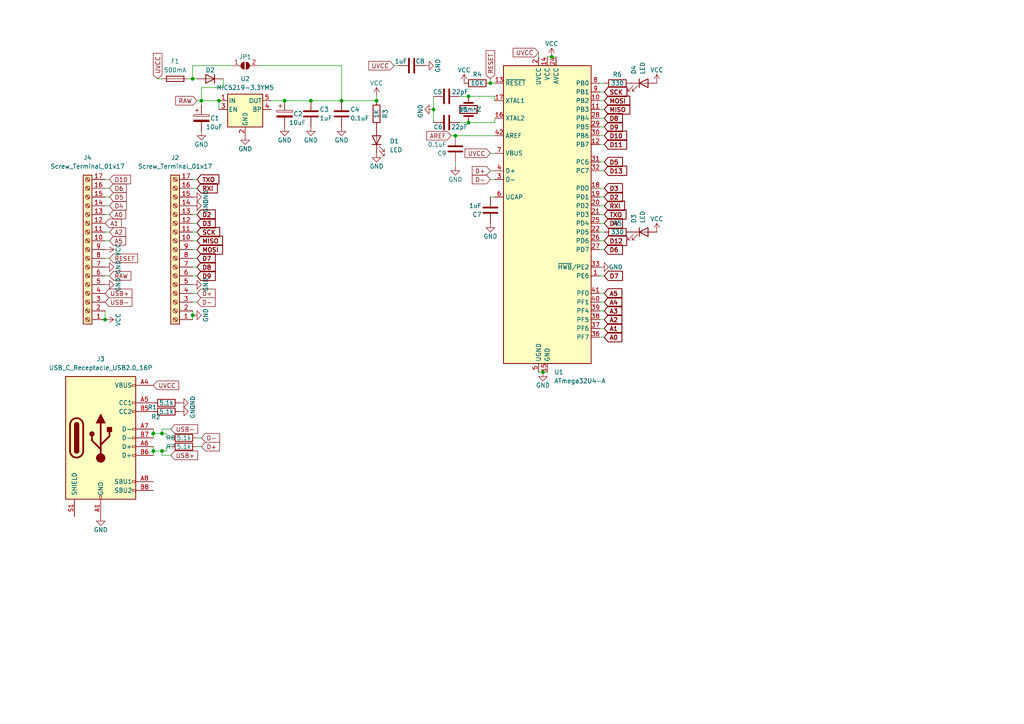
<source format=kicad_sch>
(kicad_sch (version 20231120) (generator "eeschema") (generator_version "8.0")
  (paper "A4")
  (lib_symbols
    (symbol "Connector:Screw_Terminal_01x17" (pin_names (offset 1.016) hide)
      (property "Reference" "J" (at 0 22.86 0))
      (property "Value" "Screw_Terminal_01x17" (at 0 -22.86 0))
      (symbol "Screw_Terminal_01x17_1_1"
        (rectangle (start -1.27 21.59) (end 1.27 -21.59) (stroke (width 0.254)) (fill (type background)))
        (circle (center 0 -20.32) (radius 0.635) (stroke (width 0.1524)))
        (circle (center 0 -17.78) (radius 0.635) (stroke (width 0.1524)))
        (circle (center 0 -15.24) (radius 0.635) (stroke (width 0.1524)))
        (circle (center 0 -12.7) (radius 0.635) (stroke (width 0.1524)))
        (circle (center 0 -10.16) (radius 0.635) (stroke (width 0.1524)))
        (circle (center 0 -7.62) (radius 0.635) (stroke (width 0.1524)))
        (circle (center 0 -5.08) (radius 0.635) (stroke (width 0.1524)))
        (circle (center 0 -2.54) (radius 0.635) (stroke (width 0.1524)))
        (polyline (pts (xy -0.5334 -19.9898) (xy 0.3302 -20.828)) (stroke (width 0.1524)))
        (polyline (pts (xy -0.5334 -17.4498) (xy 0.3302 -18.288)) (stroke (width 0.1524)))
        (polyline (pts (xy -0.5334 -14.9098) (xy 0.3302 -15.748)) (stroke (width 0.1524)))
        (polyline (pts (xy -0.5334 -12.3698) (xy 0.3302 -13.208)) (stroke (width 0.1524)))
        (polyline (pts (xy -0.5334 -9.8298) (xy 0.3302 -10.668)) (stroke (width 0.1524)))
        (polyline (pts (xy -0.5334 -7.2898) (xy 0.3302 -8.128)) (stroke (width 0.1524)))
        (polyline (pts (xy -0.5334 -4.7498) (xy 0.3302 -5.588)) (stroke (width 0.1524)))
        (polyline (pts (xy -0.5334 -2.2098) (xy 0.3302 -3.048)) (stroke (width 0.1524)))
        (polyline (pts (xy -0.5334 0.3302) (xy 0.3302 -0.508)) (stroke (width 0.1524)))
        (polyline (pts (xy -0.5334 2.8702) (xy 0.3302 2.032)) (stroke (width 0.1524)))
        (polyline (pts (xy -0.5334 5.4102) (xy 0.3302 4.572)) (stroke (width 0.1524)))
        (polyline (pts (xy -0.5334 7.9502) (xy 0.3302 7.112)) (stroke (width 0.1524)))
        (polyline (pts (xy -0.5334 10.4902) (xy 0.3302 9.652)) (stroke (width 0.1524)))
        (polyline (pts (xy -0.5334 13.0302) (xy 0.3302 12.192)) (stroke (width 0.1524)))
        (polyline (pts (xy -0.5334 15.5702) (xy 0.3302 14.732)) (stroke (width 0.1524)))
        (polyline (pts (xy -0.5334 18.1102) (xy 0.3302 17.272)) (stroke (width 0.1524)))
        (polyline (pts (xy -0.5334 20.6502) (xy 0.3302 19.812)) (stroke (width 0.1524)))
        (polyline (pts (xy -0.3556 -19.812) (xy 0.508 -20.6502)) (stroke (width 0.1524)))
        (polyline (pts (xy -0.3556 -17.272) (xy 0.508 -18.1102)) (stroke (width 0.1524)))
        (polyline (pts (xy -0.3556 -14.732) (xy 0.508 -15.5702)) (stroke (width 0.1524)))
        (polyline (pts (xy -0.3556 -12.192) (xy 0.508 -13.0302)) (stroke (width 0.1524)))
        (polyline (pts (xy -0.3556 -9.652) (xy 0.508 -10.4902)) (stroke (width 0.1524)))
        (polyline (pts (xy -0.3556 -7.112) (xy 0.508 -7.9502)) (stroke (width 0.1524)))
        (polyline (pts (xy -0.3556 -4.572) (xy 0.508 -5.4102)) (stroke (width 0.1524)))
        (polyline (pts (xy -0.3556 -2.032) (xy 0.508 -2.8702)) (stroke (width 0.1524)))
        (polyline (pts (xy -0.3556 0.508) (xy 0.508 -0.3302)) (stroke (width 0.1524)))
        (polyline (pts (xy -0.3556 3.048) (xy 0.508 2.2098)) (stroke (width 0.1524)))
        (polyline (pts (xy -0.3556 5.588) (xy 0.508 4.7498)) (stroke (width 0.1524)))
        (polyline (pts (xy -0.3556 8.128) (xy 0.508 7.2898)) (stroke (width 0.1524)))
        (polyline (pts (xy -0.3556 10.668) (xy 0.508 9.8298)) (stroke (width 0.1524)))
        (polyline (pts (xy -0.3556 13.208) (xy 0.508 12.3698)) (stroke (width 0.1524)))
        (polyline (pts (xy -0.3556 15.748) (xy 0.508 14.9098)) (stroke (width 0.1524)))
        (polyline (pts (xy -0.3556 18.288) (xy 0.508 17.4498)) (stroke (width 0.1524)))
        (polyline (pts (xy -0.3556 20.828) (xy 0.508 19.9898)) (stroke (width 0.1524)))
        (circle (center 0 0) (radius 0.635) (stroke (width 0.1524)))
        (circle (center 0 2.54) (radius 0.635) (stroke (width 0.1524)))
        (circle (center 0 5.08) (radius 0.635) (stroke (width 0.1524)))
        (circle (center 0 7.62) (radius 0.635) (stroke (width 0.1524)))
        (circle (center 0 10.16) (radius 0.635) (stroke (width 0.1524)))
        (circle (center 0 12.7) (radius 0.635) (stroke (width 0.1524)))
        (circle (center 0 15.24) (radius 0.635) (stroke (width 0.1524)))
        (circle (center 0 17.78) (radius 0.635) (stroke (width 0.1524)))
        (circle (center 0 20.32) (radius 0.635) (stroke (width 0.1524)))
        (pin passive line (at -5.08 20.32 0) (length 3.81) (name "Pin_1") (number "1"))
        (pin passive line (at -5.08 -2.54 0) (length 3.81) (name "Pin_10") (number "10"))
        (pin passive line (at -5.08 -5.08 0) (length 3.81) (name "Pin_11") (number "11"))
        (pin passive line (at -5.08 -7.62 0) (length 3.81) (name "Pin_12") (number "12"))
        (pin passive line (at -5.08 -10.16 0) (length 3.81) (name "Pin_13") (number "13"))
        (pin passive line (at -5.08 -12.7 0) (length 3.81) (name "Pin_14") (number "14"))
        (pin passive line (at -5.08 -15.24 0) (length 3.81) (name "Pin_15") (number "15"))
        (pin passive line (at -5.08 -17.78 0) (length 3.81) (name "Pin_16") (number "16"))
        (pin passive line (at -5.08 -20.32 0) (length 3.81) (name "Pin_17") (number "17"))
        (pin passive line (at -5.08 17.78 0) (length 3.81) (name "Pin_2") (number "2"))
        (pin passive line (at -5.08 15.24 0) (length 3.81) (name "Pin_3") (number "3"))
        (pin passive line (at -5.08 12.7 0) (length 3.81) (name "Pin_4") (number "4"))
        (pin passive line (at -5.08 10.16 0) (length 3.81) (name "Pin_5") (number "5"))
        (pin passive line (at -5.08 7.62 0) (length 3.81) (name "Pin_6") (number "6"))
        (pin passive line (at -5.08 5.08 0) (length 3.81) (name "Pin_7") (number "7"))
        (pin passive line (at -5.08 2.54 0) (length 3.81) (name "Pin_8") (number "8"))
        (pin passive line (at -5.08 0 0) (length 3.81) (name "Pin_9") (number "9"))
      )
    )
    (symbol "Connector:USB_C_Receptacle_USB2.0_16P" (pin_names (offset 1.016))
      (property "Reference" "J" (at 0 22.225 0))
      (property "Value" "USB_C_Receptacle_USB2.0_16P" (at 0 19.685 0))
      (symbol "USB_C_Receptacle_USB2.0_16P_0_0"
        (rectangle (start -0.254 -17.78) (end 0.254 -16.764))
        (rectangle (start 10.16 -14.986) (end 9.144 -15.494))
        (rectangle (start 10.16 -12.446) (end 9.144 -12.954))
        (rectangle (start 10.16 -4.826) (end 9.144 -5.334))
        (rectangle (start 10.16 -2.286) (end 9.144 -2.794))
        (rectangle (start 10.16 0.254) (end 9.144 -0.254))
        (rectangle (start 10.16 2.794) (end 9.144 2.286))
        (rectangle (start 10.16 7.874) (end 9.144 7.366))
        (rectangle (start 10.16 10.414) (end 9.144 9.906))
        (rectangle (start 10.16 15.494) (end 9.144 14.986))
      )
      (symbol "USB_C_Receptacle_USB2.0_16P_0_1"
        (rectangle (start -10.16 17.78) (end 10.16 -17.78) (stroke (width 0.254)) (fill (type background)))
        (arc (start -8.89 -3.81) (mid -6.985 -5.7067) (end -5.08 -3.81) (stroke (width 0.508)))
        (arc (start -7.62 -3.81) (mid -6.985 -4.4423) (end -6.35 -3.81) (stroke (width 0.254)))
        (arc (start -7.62 -3.81) (mid -6.985 -4.4423) (end -6.35 -3.81) (stroke (width 0.254)) (fill (type outline)))
        (rectangle (start -7.62 -3.81) (end -6.35 3.81) (stroke (width 0.254)) (fill (type outline)))
        (arc (start -6.35 3.81) (mid -6.985 4.4423) (end -7.62 3.81) (stroke (width 0.254)))
        (arc (start -6.35 3.81) (mid -6.985 4.4423) (end -7.62 3.81) (stroke (width 0.254)) (fill (type outline)))
        (arc (start -5.08 3.81) (mid -6.985 5.7067) (end -8.89 3.81) (stroke (width 0.508)))
        (circle (center -2.54 1.143) (radius 0.635) (stroke (width 0.254)) (fill (type outline)))
        (circle (center 0 -5.842) (radius 1.27) (fill (type outline)))
        (polyline (pts (xy -8.89 -3.81) (xy -8.89 3.81)) (stroke (width 0.508)))
        (polyline (pts (xy -5.08 3.81) (xy -5.08 -3.81)) (stroke (width 0.508)))
        (polyline (pts (xy 0 -5.842) (xy 0 4.318)) (stroke (width 0.508)))
        (polyline (pts (xy 0 -3.302) (xy -2.54 -0.762) (xy -2.54 0.508)) (stroke (width 0.508)))
        (polyline (pts (xy 0 -2.032) (xy 2.54 0.508) (xy 2.54 1.778)) (stroke (width 0.508)))
        (polyline (pts (xy -1.27 4.318) (xy 0 6.858) (xy 1.27 4.318) (xy -1.27 4.318)) (stroke (width 0.254)) (fill (type outline)))
        (rectangle (start 1.905 1.778) (end 3.175 3.048) (stroke (width 0.254)) (fill (type outline)))
      )
      (symbol "USB_C_Receptacle_USB2.0_16P_1_1"
        (pin passive line (at 0 -22.86 90) (length 5.08) (name "GND") (number "A1"))
        (pin passive line (at 0 -22.86 90) (length 5.08) hide (name "GND") (number "A12"))
        (pin passive line (at 15.24 15.24 180) (length 5.08) (name "VBUS") (number "A4"))
        (pin bidirectional line (at 15.24 10.16 180) (length 5.08) (name "CC1") (number "A5"))
        (pin bidirectional line (at 15.24 -2.54 180) (length 5.08) (name "D+") (number "A6"))
        (pin bidirectional line (at 15.24 2.54 180) (length 5.08) (name "D-") (number "A7"))
        (pin bidirectional line (at 15.24 -12.7 180) (length 5.08) (name "SBU1") (number "A8"))
        (pin passive line (at 15.24 15.24 180) (length 5.08) hide (name "VBUS") (number "A9"))
        (pin passive line (at 0 -22.86 90) (length 5.08) hide (name "GND") (number "B1"))
        (pin passive line (at 0 -22.86 90) (length 5.08) hide (name "GND") (number "B12"))
        (pin passive line (at 15.24 15.24 180) (length 5.08) hide (name "VBUS") (number "B4"))
        (pin bidirectional line (at 15.24 7.62 180) (length 5.08) (name "CC2") (number "B5"))
        (pin bidirectional line (at 15.24 -5.08 180) (length 5.08) (name "D+") (number "B6"))
        (pin bidirectional line (at 15.24 0 180) (length 5.08) (name "D-") (number "B7"))
        (pin bidirectional line (at 15.24 -15.24 180) (length 5.08) (name "SBU2") (number "B8"))
        (pin passive line (at 15.24 15.24 180) (length 5.08) hide (name "VBUS") (number "B9"))
        (pin passive line (at -7.62 -22.86 90) (length 5.08) (name "SHIELD") (number "S1"))
      )
    )
    (symbol "Device:C" (pin_numbers hide) (pin_names (offset 0.254))
      (property "Reference" "C" (at 0.635 2.54 0))
      (property "Value" "C" (at 0.635 -2.54 0))
      (symbol "C_0_1"
        (polyline (pts (xy -2.032 -0.762) (xy 2.032 -0.762)) (stroke (width 0.508)))
        (polyline (pts (xy -2.032 0.762) (xy 2.032 0.762)) (stroke (width 0.508)))
      )
      (symbol "C_1_1"
        (pin passive line (at 0 3.81 270) (length 2.794) (name "~") (number "1"))
        (pin passive line (at 0 -3.81 90) (length 2.794) (name "~") (number "2"))
      )
    )
    (symbol "Device:C_Polarized" (pin_numbers hide) (pin_names (offset 0.254))
      (property "Reference" "C" (at 0.635 2.54 0))
      (property "Value" "C_Polarized" (at 0.635 -2.54 0))
      (symbol "C_Polarized_0_1"
        (rectangle (start -2.286 0.508) (end 2.286 1.016))
        (polyline (pts (xy -1.778 2.286) (xy -0.762 2.286)))
        (polyline (pts (xy -1.27 2.794) (xy -1.27 1.778)))
        (rectangle (start 2.286 -0.508) (end -2.286 -1.016) (fill (type outline)))
      )
      (symbol "C_Polarized_1_1"
        (pin passive line (at 0 3.81 270) (length 2.794) (name "~") (number "1"))
        (pin passive line (at 0 -3.81 90) (length 2.794) (name "~") (number "2"))
      )
    )
    (symbol "Device:Crystal" (pin_numbers hide) (pin_names (offset 1.016) hide)
      (property "Reference" "Y" (at 0 3.81 0))
      (property "Value" "Crystal" (at 0 -3.81 0))
      (symbol "Crystal_0_1"
        (rectangle (start -1.143 2.54) (end 1.143 -2.54) (stroke (width 0.3048)))
        (polyline (pts (xy -2.54 0) (xy -1.905 0)))
        (polyline (pts (xy -1.905 -1.27) (xy -1.905 1.27)) (stroke (width 0.508)))
        (polyline (pts (xy 1.905 -1.27) (xy 1.905 1.27)) (stroke (width 0.508)))
        (polyline (pts (xy 2.54 0) (xy 1.905 0)))
      )
      (symbol "Crystal_1_1"
        (pin passive line (at -3.81 0 0) (length 1.27) (name "1") (number "1"))
        (pin passive line (at 3.81 0 180) (length 1.27) (name "2") (number "2"))
      )
    )
    (symbol "Device:Fuse" (pin_numbers hide) (pin_names (offset 0))
      (property "Reference" "F" (at 2.032 0 90))
      (property "Value" "Fuse" (at -1.905 0 90))
      (symbol "Fuse_0_1"
        (rectangle (start -0.762 -2.54) (end 0.762 2.54) (stroke (width 0.254)))
        (polyline (pts (xy 0 2.54) (xy 0 -2.54)))
      )
      (symbol "Fuse_1_1"
        (pin passive line (at 0 3.81 270) (length 1.27) (name "~") (number "1"))
        (pin passive line (at 0 -3.81 90) (length 1.27) (name "~") (number "2"))
      )
    )
    (symbol "Device:LED" (pin_numbers hide) (pin_names (offset 1.016) hide)
      (property "Reference" "D" (at 0 2.54 0))
      (property "Value" "LED" (at 0 -2.54 0))
      (symbol "LED_0_1"
        (polyline (pts (xy -1.27 -1.27) (xy -1.27 1.27)) (stroke (width 0.254)))
        (polyline (pts (xy -1.27 0) (xy 1.27 0)))
        (polyline (pts (xy 1.27 -1.27) (xy 1.27 1.27) (xy -1.27 0) (xy 1.27 -1.27)) (stroke (width 0.254)))
        (polyline (pts (xy -3.048 -0.762) (xy -4.572 -2.286) (xy -3.81 -2.286) (xy -4.572 -2.286) (xy -4.572 -1.524)))
        (polyline (pts (xy -1.778 -0.762) (xy -3.302 -2.286) (xy -2.54 -2.286) (xy -3.302 -2.286) (xy -3.302 -1.524)))
      )
      (symbol "LED_1_1"
        (pin passive line (at -3.81 0 0) (length 2.54) (name "K") (number "1"))
        (pin passive line (at 3.81 0 180) (length 2.54) (name "A") (number "2"))
      )
    )
    (symbol "Device:R" (pin_numbers hide) (pin_names (offset 0))
      (property "Reference" "R" (at 2.032 0 90))
      (property "Value" "R" (at 0 0 90))
      (symbol "R_0_1"
        (rectangle (start -1.016 -2.54) (end 1.016 2.54) (stroke (width 0.254)))
      )
      (symbol "R_1_1"
        (pin passive line (at 0 3.81 270) (length 1.27) (name "~") (number "1"))
        (pin passive line (at 0 -3.81 90) (length 1.27) (name "~") (number "2"))
      )
    )
    (symbol "Diode:1N4148WS" (pin_numbers hide) (pin_names hide)
      (property "Reference" "D" (at 0 2.54 0))
      (property "Value" "1N4148WS" (at 0 -2.54 0))
      (symbol "1N4148WS_0_1"
        (polyline (pts (xy -1.27 1.27) (xy -1.27 -1.27)) (stroke (width 0.254)))
        (polyline (pts (xy 1.27 0) (xy -1.27 0)))
        (polyline (pts (xy 1.27 1.27) (xy 1.27 -1.27) (xy -1.27 0) (xy 1.27 1.27)) (stroke (width 0.254)))
      )
      (symbol "1N4148WS_1_1"
        (pin passive line (at -3.81 0 0) (length 2.54) (name "K") (number "1"))
        (pin passive line (at 3.81 0 180) (length 2.54) (name "A") (number "2"))
      )
    )
    (symbol "Jumper:SolderJumper_2_Open" (pin_names (offset 0) hide)
      (property "Reference" "JP" (at 0 2.032 0))
      (property "Value" "SolderJumper_2_Open" (at 0 -2.54 0))
      (symbol "SolderJumper_2_Open_0_1"
        (arc (start -0.254 1.016) (mid -1.2656 0) (end -0.254 -1.016))
        (arc (start -0.254 1.016) (mid -1.2656 0) (end -0.254 -1.016) (fill (type outline)))
        (polyline (pts (xy -0.254 1.016) (xy -0.254 -1.016)))
        (polyline (pts (xy 0.254 1.016) (xy 0.254 -1.016)))
        (arc (start 0.254 -1.016) (mid 1.2656 0) (end 0.254 1.016))
        (arc (start 0.254 -1.016) (mid 1.2656 0) (end 0.254 1.016) (fill (type outline)))
      )
      (symbol "SolderJumper_2_Open_1_1"
        (pin passive line (at -3.81 0 0) (length 2.54) (name "A") (number "1"))
        (pin passive line (at 3.81 0 180) (length 2.54) (name "B") (number "2"))
      )
    )
    (symbol "MCU_Microchip_ATmega:ATmega32U4-A"
      (property "Reference" "U" (at -12.7 44.45 0))
      (property "Value" "ATmega32U4-A" (at 2.54 -44.45 0))
      (symbol "ATmega32U4-A_0_1"
        (rectangle (start -12.7 -43.18) (end 12.7 43.18) (stroke (width 0.254)) (fill (type background)))
      )
      (symbol "ATmega32U4-A_1_1"
        (pin bidirectional line (at 15.24 -17.78 180) (length 2.54) (name "PE6") (number "1"))
        (pin bidirectional line (at 15.24 33.02 180) (length 2.54) (name "PB2") (number "10"))
        (pin bidirectional line (at 15.24 30.48 180) (length 2.54) (name "PB3") (number "11"))
        (pin bidirectional line (at 15.24 20.32 180) (length 2.54) (name "PB7") (number "12"))
        (pin input line (at -15.24 38.1 0) (length 2.54) (name "~{RESET}") (number "13"))
        (pin power_in line (at 0 45.72 270) (length 2.54) (name "VCC") (number "14"))
        (pin power_in line (at 0 -45.72 90) (length 2.54) (name "GND") (number "15"))
        (pin output line (at -15.24 27.94 0) (length 2.54) (name "XTAL2") (number "16"))
        (pin input line (at -15.24 33.02 0) (length 2.54) (name "XTAL1") (number "17"))
        (pin bidirectional line (at 15.24 7.62 180) (length 2.54) (name "PD0") (number "18"))
        (pin bidirectional line (at 15.24 5.08 180) (length 2.54) (name "PD1") (number "19"))
        (pin power_in line (at -2.54 45.72 270) (length 2.54) (name "UVCC") (number "2"))
        (pin bidirectional line (at 15.24 2.54 180) (length 2.54) (name "PD2") (number "20"))
        (pin bidirectional line (at 15.24 0 180) (length 2.54) (name "PD3") (number "21"))
        (pin bidirectional line (at 15.24 -5.08 180) (length 2.54) (name "PD5") (number "22"))
        (pin passive line (at 0 -45.72 90) (length 2.54) hide (name "GND") (number "23"))
        (pin power_in line (at 2.54 45.72 270) (length 2.54) (name "AVCC") (number "24"))
        (pin bidirectional line (at 15.24 -2.54 180) (length 2.54) (name "PD4") (number "25"))
        (pin bidirectional line (at 15.24 -7.62 180) (length 2.54) (name "PD6") (number "26"))
        (pin bidirectional line (at 15.24 -10.16 180) (length 2.54) (name "PD7") (number "27"))
        (pin bidirectional line (at 15.24 27.94 180) (length 2.54) (name "PB4") (number "28"))
        (pin bidirectional line (at 15.24 25.4 180) (length 2.54) (name "PB5") (number "29"))
        (pin bidirectional line (at -15.24 10.16 0) (length 2.54) (name "D-") (number "3"))
        (pin bidirectional line (at 15.24 22.86 180) (length 2.54) (name "PB6") (number "30"))
        (pin bidirectional line (at 15.24 15.24 180) (length 2.54) (name "PC6") (number "31"))
        (pin bidirectional line (at 15.24 12.7 180) (length 2.54) (name "PC7") (number "32"))
        (pin bidirectional line (at 15.24 -15.24 180) (length 2.54) (name "~{HWB}/PE2") (number "33"))
        (pin passive line (at 0 45.72 270) (length 2.54) hide (name "VCC") (number "34"))
        (pin passive line (at 0 -45.72 90) (length 2.54) hide (name "GND") (number "35"))
        (pin bidirectional line (at 15.24 -35.56 180) (length 2.54) (name "PF7") (number "36"))
        (pin bidirectional line (at 15.24 -33.02 180) (length 2.54) (name "PF6") (number "37"))
        (pin bidirectional line (at 15.24 -30.48 180) (length 2.54) (name "PF5") (number "38"))
        (pin bidirectional line (at 15.24 -27.94 180) (length 2.54) (name "PF4") (number "39"))
        (pin bidirectional line (at -15.24 12.7 0) (length 2.54) (name "D+") (number "4"))
        (pin bidirectional line (at 15.24 -25.4 180) (length 2.54) (name "PF1") (number "40"))
        (pin bidirectional line (at 15.24 -22.86 180) (length 2.54) (name "PF0") (number "41"))
        (pin passive line (at -15.24 22.86 0) (length 2.54) (name "AREF") (number "42"))
        (pin passive line (at 0 -45.72 90) (length 2.54) hide (name "GND") (number "43"))
        (pin passive line (at 2.54 45.72 270) (length 2.54) hide (name "AVCC") (number "44"))
        (pin passive line (at -2.54 -45.72 90) (length 2.54) (name "UGND") (number "5"))
        (pin passive line (at -15.24 5.08 0) (length 2.54) (name "UCAP") (number "6"))
        (pin input line (at -15.24 17.78 0) (length 2.54) (name "VBUS") (number "7"))
        (pin bidirectional line (at 15.24 38.1 180) (length 2.54) (name "PB0") (number "8"))
        (pin bidirectional line (at 15.24 35.56 180) (length 2.54) (name "PB1") (number "9"))
      )
    )
    (symbol "Regulator_Linear:MIC5219-3.3YM5" (pin_names (offset 0.254))
      (property "Reference" "U" (at -3.81 5.715 0))
      (property "Value" "MIC5219-3.3YM5" (at 0 5.715 0))
      (symbol "MIC5219-3.3YM5_0_1"
        (rectangle (start -5.08 4.445) (end 5.08 -5.08) (stroke (width 0.254)) (fill (type background)))
      )
      (symbol "MIC5219-3.3YM5_1_1"
        (pin power_in line (at -7.62 2.54 0) (length 2.54) (name "IN") (number "1"))
        (pin power_in line (at 0 -7.62 90) (length 2.54) (name "GND") (number "2"))
        (pin input line (at -7.62 0 0) (length 2.54) (name "EN") (number "3"))
        (pin input line (at 7.62 0 180) (length 2.54) (name "BP") (number "4"))
        (pin power_out line (at 7.62 2.54 180) (length 2.54) (name "OUT") (number "5"))
      )
    )
    (symbol "power:GND" (power) (pin_names (offset 0))
      (property "Value" "GND" (at 0 -3.81 0))
      (symbol "GND_0_1"
        (polyline (pts (xy 0 0) (xy 0 -1.27) (xy 1.27 -1.27) (xy 0 -2.54) (xy -1.27 -1.27) (xy 0 -1.27)))
      )
      (symbol "GND_1_1"
        (pin power_in line (at 0 0 270) (length 0) hide (name "GND") (number "1"))
      )
    )
    (symbol "power:VCC" (power) (pin_names (offset 0))
      (property "Value" "VCC" (at 0 3.81 0))
      (symbol "VCC_0_1"
        (polyline (pts (xy -0.762 1.27) (xy 0 2.54)))
        (polyline (pts (xy 0 0) (xy 0 2.54)))
        (polyline (pts (xy 0 2.54) (xy 0.762 1.27)))
      )
      (symbol "VCC_1_1"
        (pin power_in line (at 0 0 90) (length 0) hide (name "VCC") (number "1"))
      )
    )
  )
  (junction (at 30.48 92.71))
  (junction (at 132.08 39.37))
  (junction (at 142.24 24.13))
  (junction (at 157.48 107.95))
  (junction (at 46.99 130.81))
  (junction (at 160.02 16.51))
  (junction (at 125.73 31.75))
  (junction (at 99.06 29.21))
  (junction (at 55.88 91.44))
  (junction (at 90.17 29.21))
  (junction (at 63.5 29.21))
  (junction (at 109.22 29.21))
  (junction (at 44.45 130.81))
  (junction (at 46.99 125.73))
  (junction (at 55.88 22.86))
  (junction (at 44.45 125.73))
  (junction (at 82.55 29.21))
  (junction (at 135.89 35.56))
  (junction (at 58.42 29.21))
  (junction (at 135.89 27.94))
  (wire (pts (xy 55.88 67.31) (xy 57.15 67.31)))
  (wire (pts (xy 157.48 107.95) (xy 158.75 107.95)))
  (wire (pts (xy 173.99 67.31) (xy 175.26 67.31)))
  (wire (pts (xy 143.51 27.94) (xy 143.51 29.21)))
  (wire (pts (xy 173.99 24.13) (xy 175.26 24.13)))
  (wire (pts (xy 48.26 129.54) (xy 49.53 129.54)))
  (wire (pts (xy 143.51 49.53) (xy 142.24 49.53)))
  (wire (pts (xy 55.88 80.01) (xy 57.15 80.01)))
  (wire (pts (xy 99.06 29.21) (xy 109.22 29.21)))
  (wire (pts (xy 90.17 29.21) (xy 99.06 29.21)))
  (wire (pts (xy 142.24 57.15) (xy 143.51 57.15)))
  (wire (pts (xy 63.5 29.21) (xy 63.5 31.75)))
  (wire (pts (xy 57.15 85.09) (xy 55.88 85.09)))
  (wire (pts (xy 57.15 127) (xy 58.42 127)))
  (wire (pts (xy 173.99 90.17) (xy 175.26 90.17)))
  (wire (pts (xy 173.99 29.21) (xy 175.26 29.21)))
  (wire (pts (xy 55.88 72.39) (xy 57.15 72.39)))
  (wire (pts (xy 46.99 125.73) (xy 44.45 125.73)))
  (wire (pts (xy 109.22 27.94) (xy 109.22 29.21)))
  (wire (pts (xy 64.77 25.4) (xy 58.42 25.4)))
  (wire (pts (xy 55.88 74.93) (xy 57.15 74.93)))
  (wire (pts (xy 156.21 107.95) (xy 157.48 107.95)))
  (wire (pts (xy 173.99 72.39) (xy 175.26 72.39)))
  (wire (pts (xy 57.15 29.21) (xy 58.42 29.21)))
  (wire (pts (xy 48.26 130.81) (xy 46.99 130.81)))
  (wire (pts (xy 48.26 127) (xy 48.26 125.73)))
  (wire (pts (xy 142.24 44.45) (xy 143.51 44.45)))
  (wire (pts (xy 160.02 16.51) (xy 161.29 16.51)))
  (wire (pts (xy 173.99 97.79) (xy 175.26 97.79)))
  (wire (pts (xy 55.88 22.86) (xy 57.15 22.86)))
  (wire (pts (xy 44.45 130.81) (xy 44.45 132.08)))
  (wire (pts (xy 78.74 29.21) (xy 82.55 29.21)))
  (wire (pts (xy 54.61 22.86) (xy 55.88 22.86)))
  (wire (pts (xy 132.08 39.37) (xy 143.51 39.37)))
  (wire (pts (xy 30.48 57.15) (xy 31.75 57.15)))
  (wire (pts (xy 173.99 57.15) (xy 175.26 57.15)))
  (wire (pts (xy 30.48 52.07) (xy 31.75 52.07)))
  (wire (pts (xy 173.99 39.37) (xy 175.26 39.37)))
  (wire (pts (xy 30.48 59.69) (xy 31.75 59.69)))
  (wire (pts (xy 173.99 69.85) (xy 175.26 69.85)))
  (wire (pts (xy 44.45 125.73) (xy 44.45 127)))
  (wire (pts (xy 48.26 125.73) (xy 46.99 125.73)))
  (wire (pts (xy 30.48 80.01) (xy 31.75 80.01)))
  (wire (pts (xy 30.48 74.93) (xy 31.75 74.93)))
  (wire (pts (xy 156.21 15.24) (xy 156.21 16.51)))
  (wire (pts (xy 48.26 129.54) (xy 48.26 130.81)))
  (wire (pts (xy 58.42 25.4) (xy 58.42 29.21)))
  (wire (pts (xy 125.73 27.94) (xy 125.73 31.75)))
  (wire (pts (xy 30.48 54.61) (xy 31.75 54.61)))
  (wire (pts (xy 58.42 29.21) (xy 63.5 29.21)))
  (wire (pts (xy 173.99 87.63) (xy 175.26 87.63)))
  (wire (pts (xy 173.99 59.69) (xy 175.26 59.69)))
  (wire (pts (xy 57.15 87.63) (xy 55.88 87.63)))
  (wire (pts (xy 30.48 67.31) (xy 31.75 67.31)))
  (wire (pts (xy 173.99 31.75) (xy 175.26 31.75)))
  (wire (pts (xy 82.55 29.21) (xy 90.17 29.21)))
  (wire (pts (xy 45.72 22.86) (xy 46.99 22.86)))
  (wire (pts (xy 173.99 95.25) (xy 175.26 95.25)))
  (wire (pts (xy 55.88 62.23) (xy 57.15 62.23)))
  (wire (pts (xy 173.99 54.61) (xy 175.26 54.61)))
  (wire (pts (xy 99.06 19.05) (xy 99.06 29.21)))
  (wire (pts (xy 55.88 64.77) (xy 57.15 64.77)))
  (wire (pts (xy 30.48 69.85) (xy 31.75 69.85)))
  (wire (pts (xy 55.88 69.85) (xy 57.15 69.85)))
  (wire (pts (xy 67.31 19.05) (xy 55.88 19.05)))
  (wire (pts (xy 173.99 49.53) (xy 175.26 49.53)))
  (wire (pts (xy 173.99 26.67) (xy 175.26 26.67)))
  (wire (pts (xy 55.88 52.07) (xy 57.15 52.07)))
  (wire (pts (xy 44.45 129.54) (xy 44.45 130.81)))
  (wire (pts (xy 64.77 22.86) (xy 64.77 25.4)))
  (wire (pts (xy 173.99 80.01) (xy 175.26 80.01)))
  (wire (pts (xy 55.88 77.47) (xy 57.15 77.47)))
  (wire (pts (xy 173.99 34.29) (xy 175.26 34.29)))
  (wire (pts (xy 114.3 19.05) (xy 115.57 19.05)))
  (wire (pts (xy 142.24 22.86) (xy 142.24 24.13)))
  (wire (pts (xy 46.99 132.08) (xy 46.99 130.81)))
  (wire (pts (xy 143.51 35.56) (xy 135.89 35.56)))
  (wire (pts (xy 125.73 31.75) (xy 125.73 35.56)))
  (wire (pts (xy 173.99 46.99) (xy 175.26 46.99)))
  (wire (pts (xy 158.75 16.51) (xy 160.02 16.51)))
  (wire (pts (xy 30.48 62.23) (xy 31.75 62.23)))
  (wire (pts (xy 49.53 124.46) (xy 46.99 124.46)))
  (wire (pts (xy 30.48 90.17) (xy 30.48 92.71)))
  (wire (pts (xy 133.35 27.94) (xy 135.89 27.94)))
  (wire (pts (xy 46.99 132.08) (xy 49.53 132.08)))
  (wire (pts (xy 143.51 34.29) (xy 143.51 35.56)))
  (wire (pts (xy 135.89 27.94) (xy 143.51 27.94)))
  (wire (pts (xy 55.88 54.61) (xy 57.15 54.61)))
  (wire (pts (xy 173.99 62.23) (xy 175.26 62.23)))
  (wire (pts (xy 55.88 91.44) (xy 55.88 92.71)))
  (wire (pts (xy 133.35 35.56) (xy 135.89 35.56)))
  (wire (pts (xy 173.99 64.77) (xy 175.26 64.77)))
  (wire (pts (xy 44.45 124.46) (xy 44.45 125.73)))
  (wire (pts (xy 143.51 52.07) (xy 142.24 52.07)))
  (wire (pts (xy 132.08 46.99) (xy 132.08 48.26)))
  (wire (pts (xy 55.88 90.17) (xy 55.88 91.44)))
  (wire (pts (xy 74.93 19.05) (xy 99.06 19.05)))
  (wire (pts (xy 55.88 19.05) (xy 55.88 22.86)))
  (wire (pts (xy 58.42 30.48) (xy 58.42 29.21)))
  (wire (pts (xy 57.15 129.54) (xy 58.42 129.54)))
  (wire (pts (xy 48.26 127) (xy 49.53 127)))
  (wire (pts (xy 130.81 39.37) (xy 132.08 39.37)))
  (wire (pts (xy 173.99 36.83) (xy 175.26 36.83)))
  (wire (pts (xy 173.99 92.71) (xy 175.26 92.71)))
  (wire (pts (xy 173.99 85.09) (xy 175.26 85.09)))
  (wire (pts (xy 46.99 124.46) (xy 46.99 125.73)))
  (wire (pts (xy 46.99 130.81) (xy 44.45 130.81)))
  (wire (pts (xy 173.99 41.91) (xy 175.26 41.91)))
  (wire (pts (xy 142.24 24.13) (xy 143.51 24.13)))
  (global_label "D11" (shape input) (at 175.26 41.91 0) (effects (font (bold yes))) (property "Intersheetrefs" "${INTERSHEET_REFS}" (effects (hide yes))))
  (global_label "UVCC" (shape input) (at 45.72 22.86 90) (property "Intersheetrefs" "${INTERSHEET_REFS}" (effects (hide yes))))
  (global_label "D7" (shape input) (at 57.15 74.93 0) (effects (font (bold yes))) (property "Intersheetrefs" "${INTERSHEET_REFS}" (effects (hide yes))))
  (global_label "D10" (shape input) (at 175.26 39.37 0) (effects (font (bold yes))) (property "Intersheetrefs" "${INTERSHEET_REFS}" (effects (hide yes))))
  (global_label "D9" (shape input) (at 175.26 36.83 0) (effects (font (bold yes))) (property "Intersheetrefs" "${INTERSHEET_REFS}" (effects (hide yes))))
  (global_label "RESET" (shape input) (at 31.75 74.93 0) (property "Intersheetrefs" "${INTERSHEET_REFS}" (effects (hide yes))))
  (global_label "MOSI" (shape input) (at 57.15 72.39 0) (effects (font (bold yes))) (property "Intersheetrefs" "${INTERSHEET_REFS}" (effects (hide yes))))
  (global_label "D10" (shape input) (at 31.75 52.07 0) (property "Intersheetrefs" "${INTERSHEET_REFS}" (effects (hide yes))))
  (global_label "A1" (shape input) (at 30.48 64.77 0) (property "Intersheetrefs" "${INTERSHEET_REFS}" (effects (hide yes))))
  (global_label "RAW" (shape input) (at 31.75 80.01 0) (property "Intersheetrefs" "${INTERSHEET_REFS}" (effects (hide yes))))
  (global_label "D+" (shape input) (at 58.42 129.54 0) (property "Intersheetrefs" "${INTERSHEET_REFS}" (effects (hide yes))))
  (global_label "A0" (shape input) (at 175.26 97.79 0) (effects (font (bold yes))) (property "Intersheetrefs" "${INTERSHEET_REFS}" (effects (hide yes))))
  (global_label "D+" (shape input) (at 142.24 49.53 180) (property "Intersheetrefs" "${INTERSHEET_REFS}" (effects (hide yes))))
  (global_label "SCK" (shape input) (at 175.26 26.67 0) (effects (font (bold yes))) (property "Intersheetrefs" "${INTERSHEET_REFS}" (effects (hide yes))))
  (global_label "D-" (shape input) (at 142.24 52.07 180) (property "Intersheetrefs" "${INTERSHEET_REFS}" (effects (hide yes))))
  (global_label "A4" (shape input) (at 175.26 87.63 0) (effects (font (bold yes))) (property "Intersheetrefs" "${INTERSHEET_REFS}" (effects (hide yes))))
  (global_label "D3" (shape input) (at 175.26 54.61 0) (effects (font (bold yes))) (property "Intersheetrefs" "${INTERSHEET_REFS}" (effects (hide yes))))
  (global_label "TXO" (shape input) (at 175.26 62.23 0) (effects (font (bold yes))) (property "Intersheetrefs" "${INTERSHEET_REFS}" (effects (hide yes))))
  (global_label "MOSI" (shape input) (at 175.26 29.21 0) (effects (font (bold yes))) (property "Intersheetrefs" "${INTERSHEET_REFS}" (effects (hide yes))))
  (global_label "A5" (shape input) (at 31.75 69.85 0) (property "Intersheetrefs" "${INTERSHEET_REFS}" (effects (hide yes))))
  (global_label "D+" (shape input) (at 57.15 85.09 0) (property "Intersheetrefs" "${INTERSHEET_REFS}" (effects (hide yes))))
  (global_label "USB-" (shape input) (at 49.53 124.46 0) (property "Intersheetrefs" "${INTERSHEET_REFS}" (effects (hide yes))))
  (global_label "AREF" (shape input) (at 130.81 39.37 180) (property "Intersheetrefs" "${INTERSHEET_REFS}" (effects (hide yes))))
  (global_label "D2" (shape input) (at 57.15 62.23 0) (effects (font (bold yes))) (property "Intersheetrefs" "${INTERSHEET_REFS}" (effects (hide yes))))
  (global_label "MISO" (shape input) (at 175.26 31.75 0) (effects (font (bold yes))) (property "Intersheetrefs" "${INTERSHEET_REFS}" (effects (hide yes))))
  (global_label "A1" (shape input) (at 175.26 95.25 0) (effects (font (bold yes))) (property "Intersheetrefs" "${INTERSHEET_REFS}" (effects (hide yes))))
  (global_label "SCK" (shape input) (at 57.15 67.31 0) (effects (font (bold yes))) (property "Intersheetrefs" "${INTERSHEET_REFS}" (effects (hide yes))))
  (global_label "D12" (shape input) (at 175.26 69.85 0) (effects (font (bold yes))) (property "Intersheetrefs" "${INTERSHEET_REFS}" (effects (hide yes))))
  (global_label "USB+" (shape input) (at 30.48 85.09 0) (property "Intersheetrefs" "${INTERSHEET_REFS}" (effects (hide yes))))
  (global_label "UVCC" (shape input) (at 114.3 19.05 180) (property "Intersheetrefs" "${INTERSHEET_REFS}" (effects (hide yes))))
  (global_label "D5" (shape input) (at 175.26 46.99 0) (effects (font (bold yes))) (property "Intersheetrefs" "${INTERSHEET_REFS}" (effects (hide yes))))
  (global_label "RXI" (shape input) (at 175.26 59.69 0) (effects (font (bold yes))) (property "Intersheetrefs" "${INTERSHEET_REFS}" (effects (hide yes))))
  (global_label "RESET" (shape input) (at 142.24 22.86 90) (property "Intersheetrefs" "${INTERSHEET_REFS}" (effects (hide yes))))
  (global_label "RXI" (shape input) (at 57.15 54.61 0) (effects (font (bold yes))) (property "Intersheetrefs" "${INTERSHEET_REFS}" (effects (hide yes))))
  (global_label "D8" (shape input) (at 175.26 34.29 0) (effects (font (bold yes))) (property "Intersheetrefs" "${INTERSHEET_REFS}" (effects (hide yes))))
  (global_label "D5" (shape input) (at 31.75 57.15 0) (property "Intersheetrefs" "${INTERSHEET_REFS}" (effects (hide yes))))
  (global_label "D4" (shape input) (at 175.26 64.77 0) (effects (font (bold yes))) (property "Intersheetrefs" "${INTERSHEET_REFS}" (effects (hide yes))))
  (global_label "D7" (shape input) (at 175.26 80.01 0) (effects (font (bold yes))) (property "Intersheetrefs" "${INTERSHEET_REFS}" (effects (hide yes))))
  (global_label "TXO" (shape input) (at 57.15 52.07 0) (effects (font (thickness 0.254) (bold yes))) (property "Intersheetrefs" "${INTERSHEET_REFS}" (effects (hide yes))))
  (global_label "D6" (shape input) (at 175.26 72.39 0) (effects (font (bold yes))) (property "Intersheetrefs" "${INTERSHEET_REFS}" (effects (hide yes))))
  (global_label "D3" (shape input) (at 57.15 64.77 0) (effects (font (bold yes))) (property "Intersheetrefs" "${INTERSHEET_REFS}" (effects (hide yes))))
  (global_label "USB+" (shape input) (at 49.53 132.08 0) (property "Intersheetrefs" "${INTERSHEET_REFS}" (effects (hide yes))))
  (global_label "MISO" (shape input) (at 57.15 69.85 0) (effects (font (bold yes))) (property "Intersheetrefs" "${INTERSHEET_REFS}" (effects (hide yes))))
  (global_label "A2" (shape input) (at 175.26 92.71 0) (effects (font (bold yes))) (property "Intersheetrefs" "${INTERSHEET_REFS}" (effects (hide yes))))
  (global_label "A2" (shape input) (at 31.75 67.31 0) (property "Intersheetrefs" "${INTERSHEET_REFS}" (effects (hide yes))))
  (global_label "UVCC" (shape input) (at 44.45 111.76 0) (property "Intersheetrefs" "${INTERSHEET_REFS}" (effects (hide yes))))
  (global_label "D13" (shape input) (at 175.26 49.53 0) (effects (font (bold yes))) (property "Intersheetrefs" "${INTERSHEET_REFS}" (effects (hide yes))))
  (global_label "USB-" (shape input) (at 30.48 87.63 0) (property "Intersheetrefs" "${INTERSHEET_REFS}" (effects (hide yes))))
  (global_label "D6" (shape input) (at 31.75 54.61 0) (property "Intersheetrefs" "${INTERSHEET_REFS}" (effects (hide yes))))
  (global_label "UVCC" (shape input) (at 142.24 44.45 180) (property "Intersheetrefs" "${INTERSHEET_REFS}" (effects (hide yes))))
  (global_label "UVCC" (shape input) (at 156.21 15.24 180) (property "Intersheetrefs" "${INTERSHEET_REFS}" (effects (hide yes))))
  (global_label "D9" (shape input) (at 57.15 80.01 0) (effects (font (bold yes))) (property "Intersheetrefs" "${INTERSHEET_REFS}" (effects (hide yes))))
  (global_label "D4" (shape input) (at 31.75 59.69 0) (property "Intersheetrefs" "${INTERSHEET_REFS}" (effects (hide yes))))
  (global_label "D2" (shape input) (at 175.26 57.15 0) (effects (font (bold yes))) (property "Intersheetrefs" "${INTERSHEET_REFS}" (effects (hide yes))))
  (global_label "D8" (shape input) (at 57.15 77.47 0) (effects (font (bold yes))) (property "Intersheetrefs" "${INTERSHEET_REFS}" (effects (hide yes))))
  (global_label "RAW" (shape input) (at 57.15 29.21 180) (property "Intersheetrefs" "${INTERSHEET_REFS}" (effects (hide yes))))
  (global_label "D-" (shape input) (at 58.42 127 0) (property "Intersheetrefs" "${INTERSHEET_REFS}" (effects (hide yes))))
  (global_label "A3" (shape input) (at 175.26 90.17 0) (effects (font (bold yes))) (property "Intersheetrefs" "${INTERSHEET_REFS}" (effects (hide yes))))
  (global_label "A0" (shape input) (at 31.75 62.23 0) (property "Intersheetrefs" "${INTERSHEET_REFS}" (effects (hide yes))))
  (global_label "A5" (shape input) (at 175.26 85.09 0) (effects (font (bold yes))) (property "Intersheetrefs" "${INTERSHEET_REFS}" (effects (hide yes))))
  (global_label "D-" (shape input) (at 57.15 87.63 0) (property "Intersheetrefs" "${INTERSHEET_REFS}" (effects (hide yes))))
  (symbol (lib_id "Device:Crystal") (at 135.89 31.75 270) (unit 1)
    (property "Reference" "Y1" (at 135.89 31.75 90) (effects (justify right)))
    (property "Value" "16mhZ" (at 139.7 31.75 90) (effects (justify right)))
    (property "Footprint" "Crystal:Crystal_SMD_3215-2Pin_3.2x1.5mm" (effects (hide yes)))
  )
  (symbol (lib_id "Device:R") (at 179.07 67.31 90) (unit 1)
    (property "Reference" "R5" (at 179.07 64.77 90))
    (property "Value" "330" (at 179.07 67.31 90))
    (property "Footprint" "Resistor_SMD:R_0402_1005Metric" (effects (hide yes)))
  )
  (symbol (lib_id "power:VCC") (at 30.48 92.71 270) (unit 1)
    (property "Reference" "#PWR024" (effects (hide yes)))
    (property "Value" "VCC" (at 34.29 92.71 0))
  )
  (symbol (lib_id "Device:C") (at 90.17 33.02 0) (unit 1)
    (property "Reference" "C3" (at 92.71 31.75 0) (effects (justify left)))
    (property "Value" "1uF" (at 92.71 34.29 0) (effects (justify left)))
    (property "Footprint" "Capacitor_SMD:C_0402_1005Metric" (effects (hide yes)))
  )
  (symbol (lib_id "power:GND") (at 55.88 59.69 90) (unit 1)
    (property "Reference" "#PWR019" (effects (hide yes)))
    (property "Value" "GND" (at 59.69 59.69 0))
  )
  (symbol (lib_id "power:GND") (at 123.19 19.05 90) (unit 1)
    (property "Reference" "#PWR015" (effects (hide yes)))
    (property "Value" "GND" (at 127 19.05 0))
  )
  (symbol (lib_id "power:GND") (at 109.22 44.45 0) (unit 1)
    (property "Reference" "#PWR07" (effects (hide yes)))
    (property "Value" "GND" (at 109.22 48.26 0))
  )
  (symbol (lib_id "Regulator_Linear:MIC5219-3.3YM5") (at 71.12 31.75 0) (unit 1)
    (property "Reference" "U2" (at 71.12 22.86 0))
    (property "Value" "MIC5219-3.3YM5" (at 71.12 25.4 0))
    (property "Footprint" "Package_TO_SOT_SMD:SOT-23-5" (effects (hide yes)))
    (property "Datasheet" "http://ww1.microchip.com/downloads/en/DeviceDoc/MIC5219-500mA-Peak-Output-LDO-Regulator-DS20006021A.pdf" (effects (hide yes)))
  )
  (symbol (lib_id "Device:LED") (at 186.69 67.31 0) (unit 1)
    (property "Reference" "D3" (at 183.8325 64.77 90) (effects (justify left)))
    (property "Value" "LED" (at 186.3725 64.77 90) (effects (justify left)))
    (property "Footprint" "LED_SMD:LED_0805_2012Metric" (effects (hide yes)))
  )
  (symbol (lib_id "Diode:1N4148WS") (at 60.96 22.86 180) (unit 1)
    (property "Reference" "D2" (at 60.96 20.32 0))
    (property "Value" "1N4148WS" (effects (hide yes)))
    (property "Footprint" "Diode_SMD:D_SOD-323" (effects (hide yes)))
    (property "Datasheet" "https://www.vishay.com/docs/85751/1n4148ws.pdf" (effects (hide yes)))
    (property "Sim.Device" "D" (effects (hide yes)))
    (property "Sim.Pins" "1=K 2=A" (effects (hide yes)))
  )
  (symbol (lib_id "power:VCC") (at 109.22 27.94 0) (unit 1)
    (property "Reference" "#PWR08" (effects (hide yes)))
    (property "Value" "VCC" (at 109.22 24.13 0))
  )
  (symbol (lib_id "Device:R") (at 138.43 24.13 90) (unit 1)
    (property "Reference" "R4" (at 138.43 21.59 90))
    (property "Value" "10K" (at 138.43 24.13 90))
    (property "Footprint" "Resistor_SMD:R_0402_1005Metric" (effects (hide yes)))
  )
  (symbol (lib_id "MCU_Microchip_ATmega:ATmega32U4-A") (at 158.75 62.23 0) (unit 1)
    (property "Reference" "U1" (at 160.7059 107.95 0) (effects (justify left)))
    (property "Value" "ATmega32U4-A" (at 160.7059 110.49 0) (effects (justify left)))
    (property "Footprint" "Package_QFP:TQFP-44_10x10mm_P0.8mm" (effects (hide yes)))
    (property "Datasheet" "http://ww1.microchip.com/downloads/en/DeviceDoc/Atmel-7766-8-bit-AVR-ATmega16U4-32U4_Datasheet.pdf" (effects (hide yes)))
  )
  (symbol (lib_id "power:VCC") (at 190.5 24.13 0) (unit 1)
    (property "Reference" "#PWR017" (effects (hide yes)))
    (property "Value" "VCC" (at 190.5 20.32 0))
  )
  (symbol (lib_id "Device:R") (at 53.34 129.54 90) (unit 1)
    (property "Reference" "R7" (at 49.53 129.54 90))
    (property "Value" "5.1k" (at 53.34 129.54 90))
    (property "Footprint" "Resistor_SMD:R_0402_1005Metric" (effects (hide yes)))
  )
  (symbol (lib_id "power:GND") (at 29.21 149.86 0) (unit 1)
    (property "Reference" "#PWR01" (effects (hide yes)))
    (property "Value" "GND" (at 29.21 153.67 0))
  )
  (symbol (lib_id "power:GND") (at 71.12 39.37 0) (unit 1)
    (property "Reference" "#PWR02" (effects (hide yes)))
    (property "Value" "GND" (at 71.12 43.18 0))
  )
  (symbol (lib_id "power:GND") (at 55.88 82.55 90) (unit 1)
    (property "Reference" "#PWR023" (effects (hide yes)))
    (property "Value" "GND" (at 59.69 82.55 0))
  )
  (symbol (lib_id "Device:C") (at 142.24 60.96 180) (unit 1)
    (property "Reference" "C7" (at 139.7 62.23 0) (effects (justify left)))
    (property "Value" "1uF" (at 139.7 59.69 0) (effects (justify left)))
    (property "Footprint" "Capacitor_SMD:C_0402_1005Metric" (effects (hide yes)))
  )
  (symbol (lib_id "power:GND") (at 55.88 91.44 90) (unit 1)
    (property "Reference" "#PWR026" (effects (hide yes)))
    (property "Value" "GND" (at 59.69 91.44 0))
  )
  (symbol (lib_id "Device:C") (at 129.54 27.94 90) (unit 1)
    (property "Reference" "C5" (at 128.27 26.67 90) (effects (justify left)))
    (property "Value" "22pF" (at 135.89 26.67 90) (effects (justify left)))
    (property "Footprint" "Capacitor_SMD:C_0402_1005Metric" (effects (hide yes)))
  )
  (symbol (lib_id "power:GND") (at 58.42 38.1 0) (unit 1)
    (property "Reference" "#PWR03" (effects (hide yes)))
    (property "Value" "GND" (at 58.42 41.91 0))
  )
  (symbol (lib_id "power:GND") (at 142.24 64.77 0) (unit 1)
    (property "Reference" "#PWR014" (effects (hide yes)))
    (property "Value" "GND" (at 142.24 68.58 0))
  )
  (symbol (lib_id "power:VCC") (at 134.62 24.13 0) (unit 1)
    (property "Reference" "#PWR09" (effects (hide yes)))
    (property "Value" "VCC" (at 134.62 20.32 0))
  )
  (symbol (lib_id "Device:R") (at 53.34 127 90) (unit 1)
    (property "Reference" "R8" (at 49.53 127 90))
    (property "Value" "5.1k" (at 53.34 127 90))
    (property "Footprint" "Resistor_SMD:R_0402_1005Metric" (effects (hide yes)))
  )
  (symbol (lib_id "Connector:USB_C_Receptacle_USB2.0_16P") (at 29.21 127 0) (unit 1)
    (property "Reference" "J3" (at 29.21 104.14 0))
    (property "Value" "USB_C_Receptacle_USB2.0_16P" (at 29.21 106.68 0))
    (property "Footprint" "Connector_USB:USB_C_Receptacle_GCT_USB4105-xx-A_16P_TopMnt_Horizontal" (effects (hide yes)))
    (property "Datasheet" "https://www.usb.org/sites/default/files/documents/usb_type-c.zip" (effects (hide yes)))
    (property "Description" "USB 2.0-only 16P Type-C Receptacle connector" (effects (hide yes)))
  )
  (symbol (lib_id "power:GND") (at 90.17 36.83 0) (unit 1)
    (property "Reference" "#PWR05" (effects (hide yes)))
    (property "Value" "GND" (at 90.17 40.64 0))
  )
  (symbol (lib_id "power:VCC") (at 160.02 16.51 0) (unit 1)
    (property "Reference" "#PWR010" (effects (hide yes)))
    (property "Value" "VCC" (at 160.02 12.7 0))
  )
  (symbol (lib_id "Device:R") (at 48.26 119.38 90) (unit 1)
    (property "Reference" "R2" (at 45.212 120.904 90))
    (property "Value" "5.1k" (at 48.26 119.38 90))
    (property "Footprint" "Resistor_SMD:R_0402_1005Metric" (effects (hide yes)))
  )
  (symbol (lib_id "power:GND") (at 30.48 77.47 90) (unit 1)
    (property "Reference" "#PWR021" (effects (hide yes)))
    (property "Value" "GND" (at 34.29 77.47 0))
  )
  (symbol (lib_id "Device:R") (at 48.26 116.84 90) (unit 1)
    (property "Reference" "R1" (at 44.196 118.11 90))
    (property "Value" "5.1k" (at 48.26 116.84 90))
    (property "Footprint" "Resistor_SMD:R_0402_1005Metric" (effects (hide yes)))
  )
  (symbol (lib_id "Connector:Screw_Terminal_01x17") (at 50.8 72.39 180) (unit 1)
    (property "Reference" "J2" (at 50.8 45.72 0))
    (property "Value" "Screw_Terminal_01x17" (at 50.8 48.26 0))
    (property "Footprint" "Connector_PinHeader_2.54mm:PinHeader_1x17_P2.54mm_Vertical" (effects (hide yes)))
    (property "Description" "Generic screw terminal, single row, 01x17, script generated (kicad-library-utils/schlib/autogen/connector/)" (effects (hide yes)))
  )
  (symbol (lib_id "Device:C") (at 99.06 33.02 0) (unit 1)
    (property "Reference" "C4" (at 101.6 31.75 0) (effects (justify left)))
    (property "Value" "0.1uF" (at 101.6 34.29 0) (effects (justify left)))
    (property "Footprint" "Capacitor_SMD:C_0402_1005Metric" (effects (hide yes)))
  )
  (symbol (lib_id "power:GND") (at 82.55 36.83 0) (unit 1)
    (property "Reference" "#PWR04" (effects (hide yes)))
    (property "Value" "GND" (at 82.55 40.64 0))
  )
  (symbol (lib_id "Device:LED") (at 186.69 24.13 0) (unit 1)
    (property "Reference" "D4" (at 183.8325 21.59 90) (effects (justify left)))
    (property "Value" "LED" (at 186.3725 21.59 90) (effects (justify left)))
    (property "Footprint" "LED_SMD:LED_0805_2012Metric" (effects (hide yes)))
  )
  (symbol (lib_id "power:VCC") (at 30.48 72.39 270) (unit 1)
    (property "Reference" "#PWR022" (effects (hide yes)))
    (property "Value" "VCC" (at 34.29 72.39 0))
  )
  (symbol (lib_id "power:GND") (at 125.73 31.75 270) (unit 1)
    (property "Reference" "#PWR013" (effects (hide yes)))
    (property "Value" "GND" (at 121.92 34.29 0) (effects (justify right)))
  )
  (symbol (lib_id "Device:C") (at 129.54 35.56 270) (unit 1)
    (property "Reference" "C6" (at 125.73 36.83 90) (effects (justify left)))
    (property "Value" "22pF" (at 130.81 36.83 90) (effects (justify left)))
    (property "Footprint" "Capacitor_SMD:C_0402_1005Metric" (effects (hide yes)))
  )
  (symbol (lib_id "power:GND") (at 132.08 48.26 0) (unit 1)
    (property "Reference" "#PWR016" (effects (hide yes)))
    (property "Value" "GND" (at 132.08 52.07 0))
  )
  (symbol (lib_id "Jumper:SolderJumper_2_Open") (at 71.12 19.05 0) (unit 1)
    (property "Reference" "JP1" (at 71.12 16.51 0))
    (property "Value" "SolderJumper_2_Open" (effects (hide yes)))
    (property "Footprint" "Jumper:SolderJumper-2_P1.3mm_Open_RoundedPad1.0x1.5mm" (effects (hide yes)))
  )
  (symbol (lib_id "power:GND") (at 52.07 119.38 90) (unit 1)
    (property "Reference" "#PWR028" (effects (hide yes)))
    (property "Value" "GND" (at 55.88 119.38 0))
  )
  (symbol (lib_id "Device:R") (at 109.22 33.02 0) (unit 1)
    (property "Reference" "R3" (at 111.76 33.02 90))
    (property "Value" "1K" (at 109.22 33.02 90))
    (property "Footprint" "Resistor_SMD:R_0402_1005Metric" (effects (hide yes)))
  )
  (symbol (lib_id "power:GND") (at 55.88 57.15 90) (unit 1)
    (property "Reference" "#PWR020" (effects (hide yes)))
    (property "Value" "GND" (at 59.69 57.15 0))
  )
  (symbol (lib_id "Device:C_Polarized") (at 58.42 34.29 0) (unit 1)
    (property "Reference" "C1" (at 60.96 34.29 0) (effects (justify left)))
    (property "Value" "10uF" (at 59.69 36.83 0) (effects (justify left)))
    (property "Footprint" "Capacitor_Tantalum_SMD:CP_EIA-3216-18_Kemet-A" (effects (hide yes)))
  )
  (symbol (lib_id "power:GND") (at 52.07 116.84 90) (unit 1)
    (property "Reference" "#PWR027" (effects (hide yes)))
    (property "Value" "GND" (at 55.88 116.84 0))
  )
  (symbol (lib_id "power:GND") (at 99.06 36.83 0) (unit 1)
    (property "Reference" "#PWR06" (effects (hide yes)))
    (property "Value" "GND" (at 99.06 40.64 0))
  )
  (symbol (lib_id "Device:R") (at 179.07 24.13 90) (unit 1)
    (property "Reference" "R6" (at 179.07 21.59 90))
    (property "Value" "330" (at 179.07 24.13 90))
    (property "Footprint" "Resistor_SMD:R_0402_1005Metric" (effects (hide yes)))
  )
  (symbol (lib_id "power:GND") (at 157.48 107.95 0) (unit 1)
    (property "Reference" "#PWR011" (effects (hide yes)))
    (property "Value" "GND" (at 157.48 111.76 0))
  )
  (symbol (lib_id "Device:C") (at 132.08 43.18 180) (unit 1)
    (property "Reference" "C9" (at 129.54 44.45 0) (effects (justify left)))
    (property "Value" "0.1uF" (at 129.54 41.91 0) (effects (justify left)))
    (property "Footprint" "Capacitor_SMD:C_0402_1005Metric" (effects (hide yes)))
  )
  (symbol (lib_id "Device:Fuse") (at 50.8 22.86 90) (unit 1)
    (property "Reference" "F1" (at 50.8 17.78 90))
    (property "Value" "500mA" (at 50.8 20.32 90))
    (property "Footprint" "Fuse:Fuse_1206_3216Metric" (effects (hide yes)))
  )
  (symbol (lib_id "Device:C_Polarized") (at 82.55 33.02 0) (unit 1)
    (property "Reference" "C2" (at 85.09 33.02 0) (effects (justify left)))
    (property "Value" "10uF" (at 83.82 35.56 0) (effects (justify left)))
    (property "Footprint" "Capacitor_Tantalum_SMD:CP_EIA-3216-18_Kemet-A" (effects (hide yes)))
  )
  (symbol (lib_id "Device:C") (at 119.38 19.05 90) (unit 1)
    (property "Reference" "C8" (at 123.19 17.78 90) (effects (justify left)))
    (property "Value" "1uF" (at 118.11 17.78 90) (effects (justify left)))
    (property "Footprint" "Capacitor_SMD:C_0402_1005Metric" (effects (hide yes)))
  )
  (symbol (lib_id "power:GND") (at 30.48 82.55 90) (unit 1)
    (property "Reference" "#PWR025" (effects (hide yes)))
    (property "Value" "GND" (at 34.29 82.55 0))
  )
  (symbol (lib_id "Device:LED") (at 109.22 40.64 90) (unit 1)
    (property "Reference" "D1" (at 113.03 40.9575 90) (effects (justify right)))
    (property "Value" "LED" (at 113.03 43.4975 90) (effects (justify right)))
    (property "Footprint" "LED_SMD:LED_0805_2012Metric" (effects (hide yes)))
  )
  (symbol (lib_id "Connector:Screw_Terminal_01x17") (at 25.4 72.39 180) (unit 1)
    (property "Reference" "J4" (at 25.4 45.72 0))
    (property "Value" "Screw_Terminal_01x17" (at 25.4 48.26 0))
    (property "Footprint" "Connector_PinHeader_2.54mm:PinHeader_1x17_P2.54mm_Vertical" (effects (hide yes)))
    (property "Description" "Generic screw terminal, single row, 01x17, script generated (kicad-library-utils/schlib/autogen/connector/)" (effects (hide yes)))
  )
  (symbol (lib_id "power:VCC") (at 190.5 67.31 0) (unit 1)
    (property "Reference" "#PWR018" (effects (hide yes)))
    (property "Value" "VCC" (at 190.5 63.5 0))
  )
  (symbol (lib_id "power:GND") (at 173.99 77.47 90) (unit 1)
    (property "Reference" "#PWR012" (effects (hide yes)))
    (property "Value" "GND" (at 176.53 77.47 90) (effects (justify right)))
  )
)
</source>
